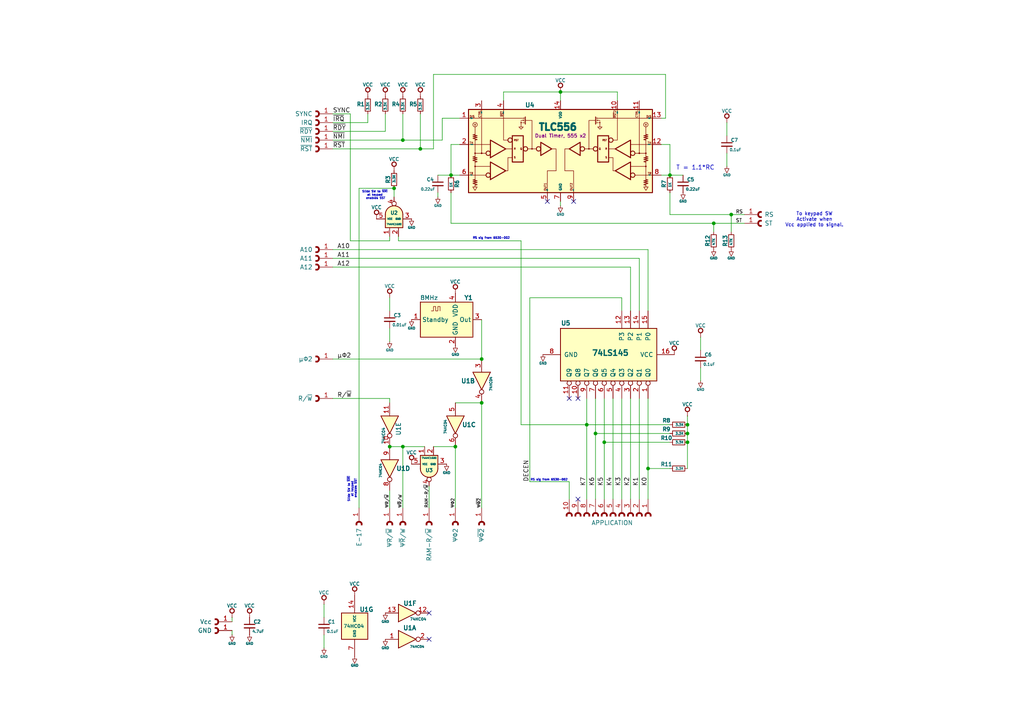
<source format=kicad_sch>
(kicad_sch (version 20250114) (generator "eeschema") (generator_version "9.0")
  (paper "A4")
  (lib_symbols
    (symbol "CM_74xGxx_Symbols:74AHC1G00"
      (property "Reference" "U" (at -2.54 3.81 0))
      (property "Value" "74AHC1G00" (at 0 -3.81 0))
      (symbol "74AHC1G00_1_1"
        (pin input line (at -5.08 1.27 0) (length 2.54) (name "~") (number "1"))
        (pin input line (at -5.08 -1.27 0) (length 2.54) (name "~") (number "2"))
        (pin power_in line (at 0 5.08 270) (length 2.54) (name "VCC") (number "5"))
        (pin power_in line (at 0 -5.08 90) (length 2.54) (name "GND") (number "3"))
        (pin output inverted (at 6.35 0 180) (length 2.54) (name "~") (number "4"))
      )
    )
    (symbol "CM_74xx:74HC04"
      (property "Reference" "U" (at 0 1.27 0))
      (property "Value" "74HC04" (at 0 -1.27 0))
      (symbol "74HC04_1_0"
        (pin input line (at -6.35 0 0) (length 3.81) (name "~") (number "1"))
        (pin output inverted (at 6.35 0 180) (length 3.81) (name "~") (number "2"))
      )
      (symbol "74HC04_2_0"
        (pin input line (at -6.35 0 0) (length 3.81) (name "~") (number "3"))
        (pin output inverted (at 6.35 0 180) (length 3.81) (name "~") (number "4"))
      )
      (symbol "74HC04_3_0"
        (pin input line (at -6.35 0 0) (length 3.81) (name "~") (number "5"))
        (pin output inverted (at 6.35 0 180) (length 3.81) (name "~") (number "6"))
      )
      (symbol "74HC04_4_0"
        (pin input line (at -6.35 0 0) (length 3.81) (name "~") (number "9"))
        (pin output inverted (at 6.35 0 180) (length 3.81) (name "~") (number "8"))
      )
      (symbol "74HC04_5_0"
        (pin input line (at -6.35 0 0) (length 3.81) (name "~") (number "11"))
        (pin output inverted (at 6.35 0 180) (length 3.81) (name "~") (number "10"))
      )
      (symbol "74HC04_6_0"
        (pin input line (at -6.35 0 0) (length 3.81) (name "~") (number "13"))
        (pin output inverted (at 6.35 0 180) (length 3.81) (name "~") (number "12"))
      )
      (symbol "74HC04_7_0"
        (pin power_in line (at 0 8.89 270) (length 5.08) (name "VCC") (number "14"))
        (pin power_in line (at 0 -8.89 90) (length 5.08) (name "GND") (number "7"))
      )
    )
    (symbol "CM_74xx:74LS145" (pin_names (offset 1.016))
      (property "Reference" "U" (at -7.62 13.97 0))
      (property "Value" "74LS145" (at -7.62 -16.51 0))
      (symbol "74LS145_1_0"
        (pin input line (at -12.7 10.16 0) (length 5.08) (name "P0") (number "15"))
        (pin input line (at -12.7 7.62 0) (length 5.08) (name "P1") (number "14"))
        (pin input line (at -12.7 5.08 0) (length 5.08) (name "P2") (number "13"))
        (pin input line (at -12.7 2.54 0) (length 5.08) (name "P3") (number "12"))
        (pin power_in line (at 0 17.78 270) (length 5.08) (name "VCC") (number "16"))
        (pin power_in line (at 0 -20.32 90) (length 5.08) (name "GND") (number "8"))
        (pin open_collector inverted (at 12.7 10.16 180) (length 5.08) (name "Q0") (number "1"))
        (pin open_collector inverted (at 12.7 7.62 180) (length 5.08) (name "Q1") (number "2"))
        (pin open_collector inverted (at 12.7 5.08 180) (length 5.08) (name "Q2") (number "3"))
        (pin open_collector inverted (at 12.7 2.54 180) (length 5.08) (name "Q3") (number "4"))
        (pin open_collector inverted (at 12.7 0 180) (length 5.08) (name "Q4") (number "5"))
        (pin open_collector inverted (at 12.7 -2.54 180) (length 5.08) (name "Q5") (number "6"))
        (pin open_collector inverted (at 12.7 -5.08 180) (length 5.08) (name "Q6") (number "7"))
        (pin open_collector inverted (at 12.7 -7.62 180) (length 5.08) (name "Q7") (number "9"))
        (pin open_collector inverted (at 12.7 -10.16 180) (length 5.08) (name "Q8") (number "10"))
        (pin open_collector inverted (at 12.7 -12.7 180) (length 5.08) (name "Q9") (number "11"))
      )
    )
    (symbol "CM_Connector_Generic:cast-01" (in_bom no)
      (property "Reference" "CST" (at -5.08 0 0))
      (symbol "cast-01_1_1"
        (pin passive line (at 2.54 0 180) (length 3.81) (name "") (number "1"))
      )
    )
    (symbol "CM_Connector_Generic:cast-10" (in_bom no)
      (property "Reference" "CST" (at -5.08 0 0))
      (symbol "cast-10_1_1"
        (pin passive line (at 2.54 10.16 180) (length 3.81) (name "") (number "1"))
        (pin passive line (at 2.54 7.62 180) (length 3.81) (name "") (number "2"))
        (pin passive line (at 2.54 5.08 180) (length 3.81) (name "") (number "3"))
        (pin passive line (at 2.54 2.54 180) (length 3.81) (name "") (number "4"))
        (pin passive line (at 2.54 0 180) (length 3.81) (name "") (number "5"))
        (pin passive line (at 2.54 -2.54 180) (length 3.81) (name "") (number "6"))
        (pin passive line (at 2.54 -5.08 180) (length 3.81) (name "") (number "7"))
        (pin passive line (at 2.54 -7.62 180) (length 3.81) (name "") (number "8"))
        (pin passive line (at 2.54 -10.16 180) (length 3.81) (name "") (number "9"))
        (pin passive line (at 2.54 -12.7 180) (length 3.81) (name "") (number "10"))
      )
    )
    (symbol "CM_Timers:Dual-Timer"
      (property "Reference" "U" (at 11.43 3.81 0))
      (property "Value" "TLC556" (at 20.32 -2.54 0))
      (property "Description" "Dual Timer, 555 x2" (at 20.32 -5.08 0))
      (symbol "Dual-Timer_1_0"
        (pin input line (at -8.89 0 0) (length 2.54) (name "DISCH1") (number "1"))
        (pin input line (at -8.89 -7.62 0) (length 2.54) (name "THRESH1") (number "2"))
        (pin input line (at -8.89 -16.51 0) (length 2.54) (name "TRIG1") (number "6"))
        (pin input line (at -2.54 5.08 270) (length 2.54) (name "CONT1") (number "3"))
        (pin input line (at 3.81 5.08 270) (length 2.54) (name "RESET1") (number "4"))
        (pin input line (at 16.51 -24.13 90) (length 2.54) (name "OUT1") (number "5"))
        (pin input line (at 20.32 5.08 270) (length 2.54) (name "VDD") (number "14"))
        (pin input line (at 20.32 -24.13 90) (length 2.54) (name "GND") (number "7"))
        (pin input line (at 24.13 -24.13 90) (length 2.54) (name "OUT2") (number "9"))
        (pin input line (at 36.83 5.08 270) (length 2.54) (name "RESET2") (number "10"))
        (pin input line (at 43.18 5.08 270) (length 2.54) (name "CONT2") (number "11"))
        (pin input line (at 49.53 0 180) (length 2.54) (name "DISCH2") (number "13"))
        (pin input line (at 49.53 -7.62 180) (length 2.54) (name "THRESH2") (number "12"))
        (pin input line (at 49.53 -16.51 180) (length 2.54) (name "TRIG2") (number "8"))
      )
      (symbol "Dual-Timer_1_1"
        (text "DIS" (at -6.125 0.125 0) (effects (font (size 0.6 0.6) (thickness 0.12) (bold yes)) (justify left bottom)))
        (text "TH" (at -6.125 -7.5 0) (effects (font (size 0.6 0.6) (thickness 0.12) (bold yes)) (justify left bottom)))
        (text "TR" (at -6.125 -16.375 0) (effects (font (size 0.6 0.6) (thickness 0.12) (bold yes)) (justify left bottom)))
        (text "CTRL" (at -2.75 2.375 900) (effects (font (size 0.6 0.6) (thickness 0.12) (bold yes)) (justify right bottom)))
        (text "~{RST}" (at 3.75 2.125 900) (effects (font (size 0.6 0.6) (thickness 0.12) (bold yes)) (justify right bottom)))
        (text "RST" (at 6.75 -6.375 0) (effects (font (size 0.5 0.5) (thickness 0.12) (bold yes)) (justify left)))
        (text "R" (at 6.75 -8.875 0) (effects (font (size 0.5 0.5) (thickness 0.12) (bold yes)) (justify left)))
        (text "S" (at 6.75 -11.375 0) (effects (font (size 0.5 0.5) (thickness 0.12) (bold yes)) (justify left)))
        (text "Q" (at 9.25 -8.875 0) (effects (font (size 0.5 0.5) (thickness 0.12) (bold yes)) (justify right)))
        (text "OUT1" (at 16.25 -21.125 900) (effects (font (size 0.6 0.6) (thickness 0.12) (bold yes)) (justify left bottom)))
        (text "OUT2" (at 23.125 -21.125 900) (effects (font (size 0.6 0.6) (thickness 0.12) (bold yes)) (justify left top)))
        (text "Q" (at 31.39 -8.875 0) (effects (font (size 0.5 0.5) (thickness 0.12) (bold yes)) (justify left)))
        (text "RST" (at 33.89 -6.375 0) (effects (font (size 0.5 0.5) (thickness 0.12) (bold yes)) (justify right)))
        (text "R" (at 33.89 -8.875 0) (effects (font (size 0.5 0.5) (thickness 0.12) (bold yes)) (justify right)))
        (text "S" (at 33.89 -11.375 0) (effects (font (size 0.5 0.5) (thickness 0.12) (bold yes)) (justify right)))
        (text "~{RST}2" (at 35.75 2.375 900) (effects (font (size 0.6 0.6) (thickness 0.12) (bold yes)) (justify right top)))
        (text "CTRL" (at 42.125 2.375 900) (effects (font (size 0.6 0.6) (thickness 0.12) (bold yes)) (justify right top)))
        (text "DIS" (at 46.765 0.125 0) (effects (font (size 0.6 0.6) (thickness 0.12) (bold yes)) (justify right bottom)))
        (text "TH" (at 46.765 -7.5 0) (effects (font (size 0.6 0.6) (thickness 0.12) (bold yes)) (justify right bottom)))
        (text "TR" (at 46.765 -16.375 0) (effects (font (size 0.6 0.6) (thickness 0.12) (bold yes)) (justify right bottom)))
      )
    )
    (symbol "CM_power:GND" (power) (pin_numbers (hide yes)) (pin_names (offset 0) (hide yes))
      (property "Value" "GND" (at 0 -2.1 0))
      (symbol "GND_1_1"
        (pin power_in line (at 0 0 270) (length 0) (name "~") (number "1"))
      )
    )
    (symbol "CM_power:VCC" (power) (pin_numbers (hide yes)) (pin_names (offset 0) (hide yes))
      (property "Value" "VCC" (at 0 2.794 0))
      (symbol "VCC_1_1"
        (pin power_in line (at 0 0 90) (length 0) (name "~") (number "1"))
      )
    )
    (symbol "Device:C_Small" (pin_numbers (hide yes)) (pin_names (offset 0.254) (hide yes))
      (property "Reference" "C" (at 0.254 1.778 0))
      (property "Value" "C_Small" (at 0.254 -2.032 0))
      (symbol "C_Small_1_1"
        (pin passive line (at 0 2.54 270) (length 2.032) (name "~") (number "1"))
        (pin passive line (at 0 -2.54 90) (length 2.032) (name "~") (number "2"))
      )
    )
    (symbol "Device:R_Small" (pin_numbers (hide yes)) (pin_names (offset 0.254) (hide yes))
      (property "Reference" "R" (at 0 0 90))
      (property "Value" "R_Small" (at 1.778 0 90))
      (symbol "R_Small_1_1"
        (pin passive line (at 0 2.54 270) (length 0.762) (name "~") (number "1"))
        (pin passive line (at 0 -2.54 90) (length 0.762) (name "~") (number "2"))
      )
    )
    (symbol "Oscillator:ASDMB-xxxMHz"
      (property "Reference" "Y" (at -6.35 6.35 0))
      (property "Value" "ASDMB-xxxMHz" (at 11.43 6.35 0))
      (symbol "ASDMB-xxxMHz_1_1"
        (pin input line (at -10.16 0 0) (length 2.54) (name "Standby") (number "1"))
        (pin power_in line (at 2.54 7.62 270) (length 2.54) (name "VDD") (number "4"))
        (pin power_in line (at 2.54 -7.62 90) (length 2.54) (name "GND") (number "2"))
        (pin output line (at 10.16 0 180) (length 2.54) (name "Out") (number "3"))
      )
    )
  )
  (text "RS sig from 6530-002" (at 142.494 68.834 0) (effects (font (size 0.6 0.6)) (justify top)))
  (text "Slide SW to ~{NMI} \nat keypad \nenables SST" (at 108.966 55.372 0) (effects (font (size 0.6 0.6)) (justify top)))
  (text "T = 1.1*RC" (at 201.676 48.768 0) (effects (font (size 1.27 1.27))))
  (text "Slide SW to ~{NMI} \nat keypad \nenables SST" (at 100.838 141.732 90) (effects (font (size 0.6 0.6)) (justify top)))
  (text "To keypad SW\nActivate when\nVcc applied to signal." (at 236.22 63.754 0) (effects (font (size 1 1))))
  (text "RS sig from 6530-002" (at 159.258 138.938 0) (effects (font (size 0.6 0.6)) (justify top)))
  (junction (at 212.09 62.23))
  (junction (at 139.7 116.84))
  (junction (at 130.81 50.8))
  (junction (at 114.3 54.61))
  (junction (at 139.7 104.14))
  (junction (at 207.01 64.77))
  (junction (at 116.84 129.54))
  (junction (at 199.39 125.73))
  (junction (at 121.92 43.18))
  (junction (at 187.96 135.89))
  (junction (at 162.56 26.67))
  (junction (at 194.31 50.8))
  (junction (at 170.18 123.19))
  (junction (at 175.26 128.27))
  (junction (at 113.03 129.54))
  (junction (at 132.08 129.54))
  (junction (at 199.39 123.19))
  (junction (at 116.84 40.64))
  (junction (at 172.72 125.73))
  (junction (at 199.39 128.27))
  (no_connect (at 124.46 185.42))
  (no_connect (at 165.1 115.57))
  (no_connect (at 166.37 58.42))
  (no_connect (at 124.46 177.8))
  (no_connect (at 158.75 58.42))
  (no_connect (at 167.64 144.78))
  (no_connect (at 167.64 115.57))
  (wire (pts (xy 101.6 69.85) (xy 113.03 69.85)))
  (wire (pts (xy 172.72 125.73) (xy 194.31 125.73)))
  (wire (pts (xy 96.52 77.47) (xy 182.88 77.47)))
  (wire (pts (xy 175.26 128.27) (xy 175.26 144.78)))
  (wire (pts (xy 104.14 147.32) (xy 104.14 54.61)))
  (wire (pts (xy 96.52 43.18) (xy 121.92 43.18)))
  (wire (pts (xy 193.04 34.29) (xy 191.77 34.29)))
  (wire (pts (xy 199.39 125.73) (xy 199.39 128.27)))
  (wire (pts (xy 121.92 43.18) (xy 125.73 43.18)))
  (wire (pts (xy 125.73 21.59) (xy 193.04 21.59)))
  (wire (pts (xy 187.96 115.57) (xy 187.96 135.89)))
  (wire (pts (xy 199.39 123.19) (xy 199.39 125.73)))
  (wire (pts (xy 210.82 44.45) (xy 210.82 48.26)))
  (wire (pts (xy 207.01 64.77) (xy 207.01 67.31)))
  (wire (pts (xy 116.84 33.02) (xy 116.84 40.64)))
  (wire (pts (xy 132.08 116.84) (xy 139.7 116.84)))
  (wire (pts (xy 187.96 72.39) (xy 187.96 90.17)))
  (wire (pts (xy 133.35 41.91) (xy 130.81 41.91)))
  (wire (pts (xy 170.18 123.19) (xy 194.31 123.19)))
  (wire (pts (xy 96.52 115.57) (xy 113.03 115.57)))
  (wire (pts (xy 153.67 86.36) (xy 180.34 86.36)))
  (wire (pts (xy 194.31 50.8) (xy 191.77 50.8)))
  (wire (pts (xy 113.03 86.36) (xy 113.03 90.17)))
  (wire (pts (xy 187.96 135.89) (xy 187.96 144.78)))
  (wire (pts (xy 125.73 43.18) (xy 125.73 21.59)))
  (wire (pts (xy 153.67 86.36) (xy 153.67 139.7)))
  (wire (pts (xy 162.56 26.67) (xy 179.07 26.67)))
  (wire (pts (xy 67.31 184.15) (xy 67.31 182.88)))
  (wire (pts (xy 93.98 184.15) (xy 93.98 187.96)))
  (wire (pts (xy 130.81 64.77) (xy 207.01 64.77)))
  (wire (pts (xy 146.05 29.21) (xy 146.05 26.67)))
  (wire (pts (xy 128.27 34.29) (xy 128.27 40.64)))
  (wire (pts (xy 93.98 175.26) (xy 93.98 179.07)))
  (wire (pts (xy 113.03 95.25) (xy 113.03 99.06)))
  (wire (pts (xy 180.34 115.57) (xy 180.34 144.78)))
  (wire (pts (xy 194.31 41.91) (xy 194.31 50.8)))
  (wire (pts (xy 139.7 92.71) (xy 139.7 104.14)))
  (wire (pts (xy 194.31 50.8) (xy 198.12 50.8)))
  (wire (pts (xy 170.18 115.57) (xy 170.18 123.19)))
  (wire (pts (xy 212.09 62.23) (xy 194.31 62.23)))
  (wire (pts (xy 127 55.88) (xy 127 57.15)))
  (wire (pts (xy 113.03 69.85) (xy 113.03 68.58)))
  (wire (pts (xy 96.52 38.1) (xy 111.76 38.1)))
  (wire (pts (xy 153.67 139.7) (xy 165.1 139.7)))
  (wire (pts (xy 130.81 55.88) (xy 130.81 64.77)))
  (wire (pts (xy 182.88 77.47) (xy 182.88 90.17)))
  (wire (pts (xy 185.42 115.57) (xy 185.42 144.78)))
  (wire (pts (xy 193.04 21.59) (xy 193.04 34.29)))
  (wire (pts (xy 116.84 40.64) (xy 96.52 40.64)))
  (wire (pts (xy 185.42 74.93) (xy 185.42 90.17)))
  (wire (pts (xy 132.08 129.54) (xy 132.08 147.32)))
  (wire (pts (xy 203.2 106.68) (xy 203.2 110.49)))
  (wire (pts (xy 151.13 69.85) (xy 115.57 69.85)))
  (wire (pts (xy 116.84 129.54) (xy 116.84 147.32)))
  (wire (pts (xy 180.34 90.17) (xy 180.34 86.36)))
  (wire (pts (xy 115.57 69.85) (xy 115.57 68.58)))
  (wire (pts (xy 101.6 33.02) (xy 101.6 69.85)))
  (wire (pts (xy 170.18 123.19) (xy 170.18 144.78)))
  (wire (pts (xy 179.07 29.21) (xy 179.07 26.67)))
  (wire (pts (xy 165.1 139.7) (xy 165.1 144.78)))
  (wire (pts (xy 146.05 26.67) (xy 162.56 26.67)))
  (wire (pts (xy 199.39 120.65) (xy 199.39 123.19)))
  (wire (pts (xy 124.46 140.97) (xy 124.46 147.32)))
  (wire (pts (xy 128.27 34.29) (xy 133.35 34.29)))
  (wire (pts (xy 96.52 72.39) (xy 187.96 72.39)))
  (wire (pts (xy 175.26 128.27) (xy 194.31 128.27)))
  (wire (pts (xy 162.56 58.42) (xy 162.56 59.69)))
  (wire (pts (xy 128.27 40.64) (xy 116.84 40.64)))
  (wire (pts (xy 194.31 55.88) (xy 194.31 62.23)))
  (wire (pts (xy 125.73 129.54) (xy 132.08 129.54)))
  (wire (pts (xy 116.84 129.54) (xy 123.19 129.54)))
  (wire (pts (xy 113.03 115.57) (xy 113.03 116.84)))
  (wire (pts (xy 215.9 62.23) (xy 212.09 62.23)))
  (wire (pts (xy 151.13 123.19) (xy 170.18 123.19)))
  (wire (pts (xy 172.72 115.57) (xy 172.72 125.73)))
  (wire (pts (xy 127 50.8) (xy 130.81 50.8)))
  (wire (pts (xy 96.52 35.56) (xy 106.68 35.56)))
  (wire (pts (xy 130.81 41.91) (xy 130.81 50.8)))
  (wire (pts (xy 130.81 50.8) (xy 133.35 50.8)))
  (wire (pts (xy 104.14 54.61) (xy 114.3 54.61)))
  (wire (pts (xy 187.96 135.89) (xy 194.31 135.89)))
  (wire (pts (xy 162.56 26.67) (xy 162.56 29.21)))
  (wire (pts (xy 203.2 97.79) (xy 203.2 101.6)))
  (wire (pts (xy 113.03 129.54) (xy 116.84 129.54)))
  (wire (pts (xy 172.72 125.73) (xy 172.72 144.78)))
  (wire (pts (xy 96.52 74.93) (xy 185.42 74.93)))
  (wire (pts (xy 177.8 115.57) (xy 177.8 144.78)))
  (wire (pts (xy 207.01 64.77) (xy 215.9 64.77)))
  (wire (pts (xy 111.76 33.02) (xy 111.76 38.1)))
  (wire (pts (xy 96.52 33.02) (xy 101.6 33.02)))
  (wire (pts (xy 182.88 115.57) (xy 182.88 144.78)))
  (wire (pts (xy 139.7 116.84) (xy 139.7 147.32)))
  (wire (pts (xy 175.26 115.57) (xy 175.26 128.27)))
  (wire (pts (xy 210.82 35.56) (xy 210.82 39.37)))
  (wire (pts (xy 67.31 179.07) (xy 67.31 180.34)))
  (wire (pts (xy 106.68 33.02) (xy 106.68 35.56)))
  (wire (pts (xy 121.92 33.02) (xy 121.92 43.18)))
  (wire (pts (xy 114.3 54.61) (xy 114.3 57.15)))
  (wire (pts (xy 96.52 104.14) (xy 139.7 104.14)))
  (wire (pts (xy 191.77 41.91) (xy 194.31 41.91)))
  (wire (pts (xy 212.09 62.23) (xy 212.09 67.31)))
  (wire (pts (xy 113.03 142.24) (xy 113.03 147.32)))
  (wire (pts (xy 151.13 123.19) (xy 151.13 69.85)))
  (wire (pts (xy 199.39 128.27) (xy 199.39 135.89)))
  (label "RAM-R{slash}~{W}" (at 124.46 147.32 90) (effects (font (size 0.9 0.9))))
  (label "A12" (at 97.79 77.47 0))
  (label "ΨR{slash}~{W}" (at 113.03 147.32 90) (effects (font (size 0.9 0.9))))
  (label "K2" (at 182.88 140.97 90))
  (label "A10" (at 97.79 72.39 0))
  (label "~{RDY}" (at 96.52 38.1 0))
  (label "K5" (at 175.26 140.97 90))
  (label "Ψ~{Φ2}" (at 139.7 147.32 90) (effects (font (size 0.9 0.9))))
  (label "DECEN" (at 153.67 139.7 90))
  (label "K3" (at 180.34 140.97 90))
  (label "~{NMI}" (at 96.52 40.64 0))
  (label "A11" (at 97.79 74.93 0))
  (label "μΦ2" (at 97.79 104.14 0))
  (label "SYNC" (at 96.52 33.02 0))
  (label "~{RST}" (at 96.52 43.18 0))
  (label "Ψ~{R}{slash}W" (at 116.84 147.32 90) (effects (font (size 0.9 0.9))))
  (label "K7" (at 170.18 140.97 90))
  (label "RS" (at 213.36 62.23 0) (effects (font (size 1 1))))
  (label "R{slash}~{W}" (at 97.79 115.57 0))
  (label "ST" (at 213.36 64.77 0) (effects (font (size 1 1))))
  (label "~{IRQ}" (at 96.52 35.56 0))
  (label "K1" (at 185.42 140.97 90))
  (label "K0" (at 187.96 140.97 90))
  (label "ΨΦ2" (at 132.08 147.32 90) (effects (font (size 0.9 0.9))))
  (label "K4" (at 177.8 140.97 90))
  (label "K6" (at 172.72 140.97 90))
  (symbol (lib_id "CM_power:GND") (at 111.76 185.42 0) (unit 1)
    (property "Reference" "#PWR013" (effects (hide yes)))
    (property "Value" "GND" (at 111.76 187.52 0) (effects (font (size 0.7 0.7)) (justify top)))
    (property "Description" "Power symbol creates a global label with name \"GND\" , ground" (effects (hide yes)))
  )
  (symbol (lib_id "Device:R_Small") (at 121.92 30.48 0) (unit 1)
    (property "Reference" "R5" (at 121.158 30.226 0) (effects (font (size 1.1 1.1) (thickness 0.22) (bold yes)) (justify right)))
    (property "Value" "3.3K" (at 121.92 30.734 90) (effects (font (size 0.7 0.7))))
    (property "Footprint" "Resistor_SMD:R_0603_1608Metric" (effects (hide yes)))
    (property "Description" "Resistor, small symbol" (effects (hide yes)))
  )
  (symbol (lib_id "CM_power:GND") (at 93.98 187.96 0) (unit 1)
    (property "Reference" "#PWR06" (effects (hide yes)))
    (property "Value" "GND" (at 93.98 190.06 0) (effects (font (size 0.7 0.7)) (justify top)))
    (property "Description" "Power symbol creates a global label with name \"GND\" , ground" (effects (hide yes)))
  )
  (symbol (lib_id "Device:R_Small") (at 212.09 69.85 0) (mirror y) (unit 1)
    (property "Reference" "R13" (at 211.074 69.85 90) (effects (font (size 1.1 1.1) (thickness 0.22) (bold yes)) (justify top)))
    (property "Value" "47K" (at 212.09 70.104 90) (effects (font (size 0.7 0.7))))
    (property "Footprint" "Resistor_SMD:R_0603_1608Metric" (effects (hide yes)))
    (property "Description" "Resistor, small symbol" (effects (hide yes)))
  )
  (symbol (lib_id "CM_power:GND") (at 129.54 134.62 0) (mirror y) (unit 1)
    (property "Reference" "#PWR023" (effects (hide yes)))
    (property "Value" "GND" (at 129.54 136.72 0) (effects (font (size 0.7 0.7)) (justify top)))
    (property "Description" "Power symbol creates a global label with name \"GND\" , ground" (effects (hide yes)))
  )
  (symbol (lib_id "CM_power:VCC") (at 162.56 26.67 0) (unit 1)
    (property "Reference" "#PWR027" (effects (hide yes)))
    (property "Value" "VCC" (at 162.56 23.876 0) (effects (font (size 1 1)) (justify bottom)))
    (property "Description" "Power symbol creates a global label with name \"VCC\"" (effects (hide yes)))
  )
  (symbol (lib_id "CM_power:GND") (at 127 57.15 0) (unit 1)
    (property "Reference" "#PWR022" (effects (hide yes)))
    (property "Value" "GND" (at 127 59.25 0) (effects (font (size 0.7 0.7)) (justify top)))
    (property "Description" "Power symbol creates a global label with name \"GND\" , ground" (effects (hide yes)))
  )
  (symbol (lib_id "CM_power:VCC") (at 113.03 86.36 0) (unit 1)
    (property "Reference" "#PWR014" (effects (hide yes)))
    (property "Value" "VCC" (at 113.03 83.566 0) (effects (font (size 1 1)) (justify bottom)))
    (property "Description" "Power symbol creates a global label with name \"VCC\"" (effects (hide yes)))
  )
  (symbol (lib_id "CM_Connector_Generic:cast-01") (at 93.98 40.64 0) (unit 1) (in_bom no)
    (property "Reference" "CST6" (effects (hide yes)))
    (property "Value" "~{NMI}" (at 90.678 40.64 0) (effects (justify right)))
    (property "Footprint" "CM_Connector_Castelated:cast-2.0-01P" (effects (hide yes)))
    (property "Description" "Castelated PCB Edge - 2.0mm - 1P" (effects (hide yes)))
  )
  (symbol (lib_id "CM_power:VCC") (at 114.3 49.53 0) (unit 1)
    (property "Reference" "#PWR016" (effects (hide yes)))
    (property "Value" "VCC" (at 114.3 46.736 0) (effects (font (size 1 1)) (justify bottom)))
    (property "Description" "Power symbol creates a global label with name \"VCC\"" (effects (hide yes)))
  )
  (symbol (lib_id "CM_power:VCC") (at 121.92 27.94 0) (unit 1)
    (property "Reference" "#PWR021" (effects (hide yes)))
    (property "Value" "VCC" (at 121.92 25.146 0) (effects (font (size 1 1)) (justify bottom)))
    (property "Description" "Power symbol creates a global label with name \"VCC\"" (effects (hide yes)))
  )
  (symbol (lib_id "CM_Connector_Generic:cast-01") (at 93.98 35.56 0) (unit 1) (in_bom no)
    (property "Reference" "CST4" (effects (hide yes)))
    (property "Value" "IRQ" (at 90.678 35.56 0) (effects (justify right)))
    (property "Footprint" "CM_Connector_Castelated:cast-2.0-01P" (effects (hide yes)))
    (property "Description" "Castelated PCB Edge - 2.0mm - 1P" (effects (hide yes)))
  )
  (symbol (lib_id "CM_Connector_Generic:cast-01") (at 104.14 149.86 90) (unit 1) (in_bom no)
    (property "Reference" "CST13" (effects (hide yes)))
    (property "Value" "E-17" (at 104.14 153.162 0) (effects (justify right)))
    (property "Footprint" "CM_Connector_Castelated:cast-2.0-01P" (effects (hide yes)))
    (property "Description" "Castelated PCB Edge - 2.0mm - 1P" (effects (hide yes)))
  )
  (symbol (lib_id "Device:R_Small") (at 106.68 30.48 0) (unit 1)
    (property "Reference" "R1" (at 105.918 30.226 0) (effects (font (size 1.1 1.1) (thickness 0.22) (bold yes)) (justify right)))
    (property "Value" "3.3K" (at 106.68 30.734 90) (effects (font (size 0.7 0.7))))
    (property "Footprint" "Resistor_SMD:R_0603_1608Metric" (effects (hide yes)))
    (property "Description" "Resistor, small symbol" (effects (hide yes)))
  )
  (symbol (lib_id "CM_power:GND") (at 67.31 184.15 0) (unit 1)
    (property "Reference" "#PWR02" (effects (hide yes)))
    (property "Value" "GND" (at 67.31 186.25 0) (effects (font (size 0.7 0.7)) (justify top)))
    (property "Description" "Power symbol creates a global label with name \"GND\" , ground" (effects (hide yes)))
  )
  (symbol (lib_id "CM_power:VCC") (at 106.68 27.94 0) (unit 1)
    (property "Reference" "#PWR09" (effects (hide yes)))
    (property "Value" "VCC" (at 106.68 25.146 0) (effects (font (size 1 1)) (justify bottom)))
    (property "Description" "Power symbol creates a global label with name \"VCC\"" (effects (hide yes)))
  )
  (symbol (lib_id "CM_power:VCC") (at 72.39 179.07 0) (unit 1)
    (property "Reference" "#PWR03" (effects (hide yes)))
    (property "Value" "VCC" (at 72.39 176.276 0) (effects (font (size 1 1)) (justify bottom)))
    (property "Description" "Power symbol creates a global label with name \"VCC\"" (effects (hide yes)))
  )
  (symbol (lib_id "CM_74xx:74LS145") (at 177.8 102.87 270) (unit 1)
    (property "Reference" "U5" (at 164.084 93.726 90) (effects (font (thickness 0.254) (bold yes))))
    (property "Value" "74LS145" (at 177.038 102.362 90) (effects (font (size 1.6 1.6) (thickness 0.32) (bold yes))))
    (property "Footprint" "Package_SO:SO-16_3.9x9.9mm_P1.27mm" (effects (hide yes)))
    (property "Datasheet" "http://www.ti.com/lit/gpn/sn74LS145" (effects (hide yes)))
    (property "Description" "Decoder 1 to 10, Open Collector" (effects (hide yes)))
  )
  (symbol (lib_id "Device:C_Small") (at 113.03 92.71 0) (unit 1)
    (property "Reference" "C3" (at 114.046 91.44 0) (effects (font (size 1 1) (thickness 0.2) (bold yes)) (justify left)))
    (property "Value" "0.01uF" (at 113.792 94.234 0) (effects (font (size 0.8 0.8)) (justify left)))
    (property "Footprint" "Capacitor_SMD:C_0603_1608Metric" (effects (hide yes)))
    (property "Description" "Unpolarized capacitor, small symbol" (effects (hide yes)))
  )
  (symbol (lib_id "CM_Connector_Generic:cast-01") (at 64.77 180.34 0) (unit 1) (in_bom no)
    (property "Reference" "CST1" (effects (hide yes)))
    (property "Value" "Vcc" (at 61.468 180.34 0) (effects (justify right)))
    (property "Footprint" "CM_Connector_Castelated:cast-2.0-01P" (effects (hide yes)))
    (property "Description" "Castelated PCB Edge - 2.0mm - 1P" (effects (hide yes)))
  )
  (symbol (lib_id "CM_power:VCC") (at 116.84 27.94 0) (unit 1)
    (property "Reference" "#PWR017" (effects (hide yes)))
    (property "Value" "VCC" (at 116.84 25.146 0) (effects (font (size 1 1)) (justify bottom)))
    (property "Description" "Power symbol creates a global label with name \"VCC\"" (effects (hide yes)))
  )
  (symbol (lib_id "Device:R_Small") (at 196.85 135.89 90) (unit 1)
    (property "Reference" "R11" (at 193.294 135.382 90) (effects (font (size 1.1 1.1) (thickness 0.22) (bold yes)) (justify top)))
    (property "Value" "3.3K" (at 197.104 135.89 90) (effects (font (size 0.7 0.7))))
    (property "Footprint" "Resistor_SMD:R_0603_1608Metric" (effects (hide yes)))
    (property "Description" "Resistor, small symbol" (effects (hide yes)))
  )
  (symbol (lib_id "CM_power:VCC") (at 93.98 175.26 0) (unit 1)
    (property "Reference" "#PWR05" (effects (hide yes)))
    (property "Value" "VCC" (at 93.98 172.466 0) (effects (font (size 1 1)) (justify bottom)))
    (property "Description" "Power symbol creates a global label with name \"VCC\"" (effects (hide yes)))
  )
  (symbol (lib_id "CM_Timers:Dual-Timer") (at 142.24 34.29 0) (unit 1)
    (property "Reference" "U4" (at 153.67 30.48 0) (effects (font (thickness 0.254) (bold yes))))
    (property "Value" "TLC556" (at 161.798 36.83 0) (effects (font (size 2 2) (thickness 0.6) (bold yes))))
    (property "Footprint" "Package_SO:SO-14_3.9x8.65mm_P1.27mm" (effects (hide yes)))
    (property "Datasheet" "https://www.ti.com/lit/ds/symlink/tlc556.pdf?ts=1752791576303" (effects (hide yes)))
    (property "Description" "Dual Timer, 555 x2" (at 162.56 39.37 0) (effects (font (size 1 1))))
  )
  (symbol (lib_id "CM_Connector_Generic:cast-01") (at 93.98 104.14 0) (unit 1) (in_bom no)
    (property "Reference" "CST11" (effects (hide yes)))
    (property "Value" "μΦ2" (at 90.678 104.14 0) (effects (justify right)))
    (property "Footprint" "CM_Connector_Castelated:cast-2.0-01P" (effects (hide yes)))
    (property "Description" "Castelated PCB Edge - 2.0mm - 1P" (effects (hide yes)))
  )
  (symbol (lib_id "CM_power:VCC") (at 199.39 120.65 0) (unit 1)
    (property "Reference" "#PWR031" (effects (hide yes)))
    (property "Value" "VCC" (at 199.39 117.856 0) (effects (font (size 1 1)) (justify bottom)))
    (property "Description" "Power symbol creates a global label with name \"VCC\"" (effects (hide yes)))
  )
  (symbol (lib_id "CM_power:GND") (at 203.2 110.49 0) (unit 1)
    (property "Reference" "#PWR033" (effects (hide yes)))
    (property "Value" "GND" (at 203.2 112.59 0) (effects (font (size 0.7 0.7)) (justify top)))
    (property "Description" "Power symbol creates a global label with name \"GND\" , ground" (effects (hide yes)))
  )
  (symbol (lib_id "CM_74xx:74HC04") (at 132.08 123.19 270) (unit 3)
    (property "Reference" "U1" (at 133.858 123.19 90) (effects (font (thickness 0.254) (bold yes)) (justify left)))
    (property "Value" "74HC04" (at 128.778 121.666 0) (effects (font (size 0.7 0.7)) (justify left bottom)))
    (property "Footprint" "CM_Chip_Packages:QFN-14_EP_2.5x3_Pitch0.5mm" (effects (hide yes)))
    (property "Datasheet" "https://assets.nexperia.com/documents/data-sheet/74HC_HCT04.pdf" (effects (hide yes)))
    (property "Description" "Hex Inverter" (effects (hide yes)))
  )
  (symbol (lib_id "CM_Connector_Generic:cast-01") (at 93.98 74.93 0) (unit 1) (in_bom no)
    (property "Reference" "CST9" (effects (hide yes)))
    (property "Value" "A11" (at 90.678 74.93 0) (effects (justify right)))
    (property "Footprint" "CM_Connector_Castelated:cast-2.0-01P" (effects (hide yes)))
    (property "Description" "Castelated PCB Edge - 2.0mm - 1P" (effects (hide yes)))
  )
  (symbol (lib_id "CM_Connector_Generic:cast-01") (at 218.44 64.77 180) (unit 1) (in_bom no)
    (property "Reference" "CST21" (effects (hide yes)))
    (property "Value" "ST" (at 221.742 64.77 0) (effects (justify right)))
    (property "Footprint" "CM_Connector_Castelated:cast-2.0-01P" (effects (hide yes)))
    (property "Description" "Castelated PCB Edge - 2.0mm - 1P" (effects (hide yes)))
  )
  (symbol (lib_id "Device:R_Small") (at 207.01 69.85 0) (mirror y) (unit 1)
    (property "Reference" "R12" (at 205.994 69.85 90) (effects (font (size 1.1 1.1) (thickness 0.22) (bold yes)) (justify top)))
    (property "Value" "47K" (at 207.01 70.104 90) (effects (font (size 0.7 0.7))))
    (property "Footprint" "Resistor_SMD:R_0603_1608Metric" (effects (hide yes)))
    (property "Description" "Resistor, small symbol" (effects (hide yes)))
  )
  (symbol (lib_id "Device:C_Small") (at 203.2 104.14 0) (unit 1)
    (property "Reference" "C6" (at 204.216 102.87 0) (effects (font (size 1 1) (thickness 0.2) (bold yes)) (justify left)))
    (property "Value" "0.1uF" (at 203.962 105.664 0) (effects (font (size 0.8 0.8)) (justify left)))
    (property "Footprint" "Capacitor_SMD:C_0603_1608Metric" (effects (hide yes)))
    (property "Description" "Unpolarized capacitor, small symbol" (effects (hide yes)))
  )
  (symbol (lib_id "CM_74xx:74HC04") (at 102.87 181.61 0) (unit 7)
    (property "Reference" "U1" (at 104.14 176.784 0) (effects (font (thickness 0.254) (bold yes)) (justify left)))
    (property "Value" "74HC04" (at 102.616 181.61 0) (effects (font (size 1 1))))
    (property "Footprint" "CM_Chip_Packages:QFN-14_EP_2.5x3_Pitch0.5mm" (effects (hide yes)))
    (property "Datasheet" "https://assets.nexperia.com/documents/data-sheet/74HC_HCT04.pdf" (effects (hide yes)))
    (property "Description" "Hex Inverter" (effects (hide yes)))
  )
  (symbol (lib_id "CM_power:GND") (at 157.48 102.87 0) (unit 1)
    (property "Reference" "#PWR026" (effects (hide yes)))
    (property "Value" "GND" (at 157.48 104.97 0) (effects (font (size 0.7 0.7)) (justify top)))
    (property "Description" "Power symbol creates a global label with name \"GND\" , ground" (effects (hide yes)))
  )
  (symbol (lib_id "Device:R_Small") (at 130.81 53.34 0) (unit 1)
    (property "Reference" "R6" (at 131.826 53.34 90) (effects (font (size 1.1 1.1) (thickness 0.22) (bold yes)) (justify top)))
    (property "Value" "1K" (at 130.81 53.594 90) (effects (font (size 0.7 0.7))))
    (property "Footprint" "Resistor_SMD:R_0603_1608Metric" (effects (hide yes)))
    (property "Description" "Resistor, small symbol" (effects (hide yes)))
  )
  (symbol (lib_id "CM_power:GND") (at 198.12 55.88 0) (mirror y) (unit 1)
    (property "Reference" "#PWR030" (effects (hide yes)))
    (property "Value" "GND" (at 198.12 57.98 0) (effects (font (size 0.7 0.7)) (justify top)))
    (property "Description" "Power symbol creates a global label with name \"GND\" , ground" (effects (hide yes)))
  )
  (symbol (lib_id "Oscillator:ASDMB-xxxMHz") (at 129.54 92.71 0) (unit 1)
    (property "Reference" "Y1" (at 135.89 86.36 0) (effects (font (thickness 0.254) (bold yes))))
    (property "Value" "8MHz" (at 124.46 86.36 0))
    (property "Footprint" "Oscillator:Oscillator_SMD_Abracon_ASDMB-4Pin_2.5x2.0mm" (effects (hide yes)))
    (property "Datasheet" "https://abracon.com/Oscillators/ASDMB.pdf" (effects (hide yes)))
    (property "Description" "1.8-3.3V SMD Ultra Miniature Crystal Clock Oscillator, Abracon" (effects (hide yes)))
    (property "MPN" "ASD-8.000MHZ-LC-T" (effects (hide yes)))
  )
  (symbol (lib_id "Device:R_Small") (at 114.3 52.07 180) (unit 1)
    (property "Reference" "R3" (at 113.284 52.07 90) (effects (font (size 1.1 1.1) (thickness 0.22) (bold yes)) (justify top)))
    (property "Value" "3.3K" (at 114.3 51.816 90) (effects (font (size 0.7 0.7))))
    (property "Footprint" "Resistor_SMD:R_0603_1608Metric" (effects (hide yes)))
    (property "Description" "Resistor, small symbol" (effects (hide yes)))
  )
  (symbol (lib_id "Device:C_Small") (at 93.98 181.61 0) (unit 1)
    (property "Reference" "C1" (at 94.996 180.34 0) (effects (font (size 1 1) (thickness 0.2) (bold yes)) (justify left)))
    (property "Value" "0.1uF" (at 94.742 183.134 0) (effects (font (size 0.8 0.8)) (justify left)))
    (property "Footprint" "Capacitor_SMD:C_0603_1608Metric" (effects (hide yes)))
    (property "Description" "Unpolarized capacitor, small symbol" (effects (hide yes)))
  )
  (symbol (lib_id "CM_power:VCC") (at 119.38 134.62 0) (mirror y) (unit 1)
    (property "Reference" "#PWR020" (effects (hide yes)))
    (property "Value" "VCC" (at 119.38 131.826 0) (effects (font (size 1 1)) (justify bottom)))
    (property "Description" "Power symbol creates a global label with name \"VCC\"" (effects (hide yes)))
  )
  (symbol (lib_id "CM_power:VCC") (at 210.82 35.56 0) (unit 1)
    (property "Reference" "#PWR035" (effects (hide yes)))
    (property "Value" "VCC" (at 210.82 32.766 0) (effects (font (size 1 1)) (justify bottom)))
    (property "Description" "Power symbol creates a global label with name \"VCC\"" (effects (hide yes)))
  )
  (symbol (lib_id "CM_power:GND") (at 119.38 63.5 0) (unit 1)
    (property "Reference" "#PWR018" (effects (hide yes)))
    (property "Value" "GND" (at 119.38 65.6 0) (effects (font (size 0.7 0.7)) (justify top)))
    (property "Description" "Power symbol creates a global label with name \"GND\" , ground" (effects (hide yes)))
  )
  (symbol (lib_id "CM_power:GND") (at 212.09 72.39 0) (mirror y) (unit 1)
    (property "Reference" "#PWR037" (effects (hide yes)))
    (property "Value" "GND" (at 212.09 74.49 0) (effects (font (size 0.7 0.7)) (justify top)))
    (property "Description" "Power symbol creates a global label with name \"GND\" , ground" (effects (hide yes)))
  )
  (symbol (lib_id "CM_power:VCC") (at 203.2 97.79 0) (unit 1)
    (property "Reference" "#PWR032" (effects (hide yes)))
    (property "Value" "VCC" (at 203.2 94.996 0) (effects (font (size 1 1)) (justify bottom)))
    (property "Description" "Power symbol creates a global label with name \"VCC\"" (effects (hide yes)))
  )
  (symbol (lib_id "Device:C_Small") (at 198.12 53.34 0) (unit 1)
    (property "Reference" "C5" (at 199.136 52.07 0) (effects (font (size 1 1) (thickness 0.2) (bold yes)) (justify left)))
    (property "Value" "0.22uF" (at 198.882 54.864 0) (effects (font (size 0.8 0.8)) (justify left)))
    (property "Footprint" "Capacitor_SMD:C_0603_1608Metric" (effects (hide yes)))
    (property "Description" "Unpolarized capacitor, small symbol" (effects (hide yes)))
  )
  (symbol (lib_id "CM_74xx:74HC04") (at 118.11 185.42 0) (unit 1)
    (property "Reference" "U1" (at 120.904 182.118 0) (effects (font (thickness 0.254) (bold yes)) (justify right)))
    (property "Value" "74HC04" (at 118.872 187.96 0) (effects (font (size 0.7 0.7)) (justify left bottom)))
    (property "Footprint" "CM_Chip_Packages:QFN-14_EP_2.5x3_Pitch0.5mm" (effects (hide yes)))
    (property "Datasheet" "https://assets.nexperia.com/documents/data-sheet/74HC_HCT04.pdf" (effects (hide yes)))
    (property "Description" "Hex Inverter" (effects (hide yes)))
  )
  (symbol (lib_id "CM_power:GND") (at 113.03 99.06 0) (unit 1)
    (property "Reference" "#PWR015" (effects (hide yes)))
    (property "Value" "GND" (at 113.03 101.16 0) (effects (font (size 0.7 0.7)) (justify top)))
    (property "Description" "Power symbol creates a global label with name \"GND\" , ground" (effects (hide yes)))
  )
  (symbol (lib_id "CM_74xx:74HC04") (at 118.11 177.8 0) (mirror x) (unit 6)
    (property "Reference" "U1" (at 116.84 175.006 0) (effects (font (thickness 0.254) (bold yes)) (justify left)))
    (property "Value" "74HC04" (at 118.872 179.578 0) (effects (font (size 0.8 0.8)) (justify left)))
    (property "Footprint" "CM_Chip_Packages:QFN-14_EP_2.5x3_Pitch0.5mm" (effects (hide yes)))
    (property "Datasheet" "https://assets.nexperia.com/documents/data-sheet/74HC_HCT04.pdf" (effects (hide yes)))
    (property "Description" "Hex Inverter" (effects (hide yes)))
  )
  (symbol (lib_id "CM_power:VCC") (at 195.58 102.87 0) (unit 1)
    (property "Reference" "#PWR029" (effects (hide yes)))
    (property "Value" "VCC" (at 195.58 100.076 0) (effects (font (size 1 1)) (justify bottom)))
    (property "Description" "Power symbol creates a global label with name \"VCC\"" (effects (hide yes)))
  )
  (symbol (lib_id "CM_power:GND") (at 72.39 184.15 0) (unit 1)
    (property "Reference" "#PWR04" (effects (hide yes)))
    (property "Value" "GND" (at 72.39 186.25 0) (effects (font (size 0.7 0.7)) (justify top)))
    (property "Description" "Power symbol creates a global label with name \"GND\" , ground" (effects (hide yes)))
  )
  (symbol (lib_id "CM_Connector_Generic:cast-01") (at 93.98 43.18 0) (unit 1) (in_bom no)
    (property "Reference" "CST7" (effects (hide yes)))
    (property "Value" "~{RST}" (at 90.678 43.18 0) (effects (justify right)))
    (property "Footprint" "CM_Connector_Castelated:cast-2.0-01P" (effects (hide yes)))
    (property "Description" "Castelated PCB Edge - 2.0mm - 1P" (effects (hide yes)))
  )
  (symbol (lib_id "CM_Connector_Generic:cast-01") (at 116.84 149.86 90) (unit 1) (in_bom no)
    (property "Reference" "CST15" (effects (hide yes)))
    (property "Value" "Ψ~{R}/W" (at 116.84 153.162 0) (effects (justify right)))
    (property "Footprint" "CM_Connector_Castelated:cast-2.0-01P" (effects (hide yes)))
    (property "Description" "Castelated PCB Edge - 2.0mm - 1P" (effects (hide yes)))
  )
  (symbol (lib_id "CM_Connector_Generic:cast-01") (at 132.08 149.86 90) (unit 1) (in_bom no)
    (property "Reference" "CST17" (effects (hide yes)))
    (property "Value" "ΨΦ2" (at 132.08 153.162 0) (effects (justify right)))
    (property "Footprint" "CM_Connector_Castelated:cast-2.0-01P" (effects (hide yes)))
    (property "Description" "Castelated PCB Edge - 2.0mm - 1P" (effects (hide yes)))
  )
  (symbol (lib_id "CM_power:GND") (at 111.76 177.8 0) (unit 1)
    (property "Reference" "#PWR012" (effects (hide yes)))
    (property "Value" "GND" (at 111.76 179.9 0) (effects (font (size 0.7 0.7)) (justify top)))
    (property "Description" "Power symbol creates a global label with name \"GND\" , ground" (effects (hide yes)))
  )
  (symbol (lib_id "CM_Connector_Generic:cast-01") (at 93.98 115.57 0) (unit 1) (in_bom no)
    (property "Reference" "CST12" (effects (hide yes)))
    (property "Value" "R/~{W}" (at 90.678 115.57 0) (effects (justify right)))
    (property "Footprint" "CM_Connector_Castelated:cast-2.0-01P" (effects (hide yes)))
    (property "Description" "Castelated PCB Edge - 2.0mm - 1P" (effects (hide yes)))
  )
  (symbol (lib_id "CM_power:GND") (at 162.56 59.69 0) (unit 1)
    (property "Reference" "#PWR028" (effects (hide yes)))
    (property "Value" "GND" (at 162.56 61.79 0) (effects (font (size 0.7 0.7)) (justify top)))
    (property "Description" "Power symbol creates a global label with name \"GND\" , ground" (effects (hide yes)))
  )
  (symbol (lib_id "CM_power:GND") (at 102.87 190.5 0) (unit 1)
    (property "Reference" "#PWR08" (effects (hide yes)))
    (property "Value" "GND" (at 102.87 192.6 0) (effects (font (size 0.7 0.7)) (justify top)))
    (property "Description" "Power symbol creates a global label with name \"GND\" , ground" (effects (hide yes)))
  )
  (symbol (lib_id "CM_Connector_Generic:cast-01") (at 64.77 182.88 0) (unit 1) (in_bom no)
    (property "Reference" "CST2" (effects (hide yes)))
    (property "Value" "GND" (at 61.468 182.88 0) (effects (justify right)))
    (property "Footprint" "CM_Connector_Castelated:cast-2.0-01P" (effects (hide yes)))
    (property "Description" "Castelated PCB Edge - 2.0mm - 1P" (effects (hide yes)))
  )
  (symbol (lib_id "Device:C_Small") (at 127 53.34 0) (mirror y) (unit 1)
    (property "Reference" "C4" (at 125.984 52.07 0) (effects (font (size 1 1) (thickness 0.2) (bold yes)) (justify left)))
    (property "Value" "0.22uF" (at 126.238 54.864 0) (effects (font (size 0.8 0.8)) (justify left)))
    (property "Footprint" "Capacitor_SMD:C_0603_1608Metric" (effects (hide yes)))
    (property "Description" "Unpolarized capacitor, small symbol" (effects (hide yes)))
  )
  (symbol (lib_id "CM_Connector_Generic:cast-01") (at 113.03 149.86 90) (unit 1) (in_bom no)
    (property "Reference" "CST14" (effects (hide yes)))
    (property "Value" "ΨR/~{W}" (at 113.03 153.162 0) (effects (justify right)))
    (property "Footprint" "CM_Connector_Castelated:cast-2.0-01P" (effects (hide yes)))
    (property "Description" "Castelated PCB Edge - 2.0mm - 1P" (effects (hide yes)))
  )
  (symbol (lib_id "CM_Connector_Generic:cast-01") (at 93.98 72.39 0) (unit 1) (in_bom no)
    (property "Reference" "CST8" (effects (hide yes)))
    (property "Value" "A10" (at 90.678 72.39 0) (effects (justify right)))
    (property "Footprint" "CM_Connector_Castelated:cast-2.0-01P" (effects (hide yes)))
    (property "Description" "Castelated PCB Edge - 2.0mm - 1P" (effects (hide yes)))
  )
  (symbol (lib_id "Device:R_Small") (at 194.31 53.34 0) (mirror y) (unit 1)
    (property "Reference" "R7" (at 193.294 53.34 90) (effects (font (size 1.1 1.1) (thickness 0.22) (bold yes)) (justify top)))
    (property "Value" "1K" (at 194.31 53.594 90) (effects (font (size 0.7 0.7))))
    (property "Footprint" "Resistor_SMD:R_0603_1608Metric" (effects (hide yes)))
    (property "Description" "Resistor, small symbol" (effects (hide yes)))
  )
  (symbol (lib_id "CM_power:VCC") (at 132.08 85.09 0) (unit 1)
    (property "Reference" "#PWR024" (effects (hide yes)))
    (property "Value" "VCC" (at 132.08 82.296 0) (effects (font (size 1 1)) (justify bottom)))
    (property "Description" "Power symbol creates a global label with name \"VCC\"" (effects (hide yes)))
  )
  (symbol (lib_id "Device:R_Small") (at 111.76 30.48 0) (unit 1)
    (property "Reference" "R2" (at 110.998 30.226 0) (effects (font (size 1.1 1.1) (thickness 0.22) (bold yes)) (justify right)))
    (property "Value" "3.3K" (at 111.76 30.734 90) (effects (font (size 0.7 0.7))))
    (property "Footprint" "Resistor_SMD:R_0603_1608Metric" (effects (hide yes)))
    (property "Description" "Resistor, small symbol" (effects (hide yes)))
  )
  (symbol (lib_id "CM_74xx:74HC04") (at 113.03 135.89 270) (unit 4)
    (property "Reference" "U1" (at 114.808 135.89 90) (effects (font (thickness 0.254) (bold yes)) (justify left)))
    (property "Value" "74HC04" (at 109.982 134.366 0) (effects (font (size 0.7 0.7)) (justify left bottom)))
    (property "Footprint" "CM_Chip_Packages:QFN-14_EP_2.5x3_Pitch0.5mm" (effects (hide yes)))
    (property "Datasheet" "https://assets.nexperia.com/documents/data-sheet/74HC_HCT04.pdf" (effects (hide yes)))
    (property "Description" "Hex Inverter" (effects (hide yes)))
  )
  (symbol (lib_id "CM_power:VCC") (at 109.22 63.5 0) (unit 1)
    (property "Reference" "#PWR010" (effects (hide yes)))
    (property "Value" "VCC" (at 109.22 60.706 0) (effects (font (size 1 1)) (justify bottom)))
    (property "Description" "Power symbol creates a global label with name \"VCC\"" (effects (hide yes)))
  )
  (symbol (lib_id "CM_74xx:74HC04") (at 139.7 110.49 270) (unit 2)
    (property "Reference" "U1" (at 137.922 110.49 90) (effects (font (thickness 0.254) (bold yes)) (justify right)))
    (property "Value" "74HC04" (at 141.986 109.22 0) (effects (font (size 0.7 0.7)) (justify left bottom)))
    (property "Footprint" "CM_Chip_Packages:QFN-14_EP_2.5x3_Pitch0.5mm" (effects (hide yes)))
    (property "Datasheet" "https://assets.nexperia.com/documents/data-sheet/74HC_HCT04.pdf" (effects (hide yes)))
    (property "Description" "Hex Inverter" (effects (hide yes)))
  )
  (symbol (lib_id "Device:R_Small") (at 196.85 125.73 90) (unit 1)
    (property "Reference" "R9" (at 193.294 125.222 90) (effects (font (size 1.1 1.1) (thickness 0.22) (bold yes)) (justify top)))
    (property "Value" "3.3K" (at 197.104 125.73 90) (effects (font (size 0.7 0.7))))
    (property "Footprint" "Resistor_SMD:R_0603_1608Metric" (effects (hide yes)))
    (property "Description" "Resistor, small symbol" (effects (hide yes)))
  )
  (symbol (lib_id "CM_power:GND") (at 210.82 48.26 0) (unit 1)
    (property "Reference" "#PWR036" (effects (hide yes)))
    (property "Value" "GND" (at 210.82 50.36 0) (effects (font (size 0.7 0.7)) (justify top)))
    (property "Description" "Power symbol creates a global label with name \"GND\" , ground" (effects (hide yes)))
  )
  (symbol (lib_id "CM_74xGxx_Symbols:74AHC1G00") (at 114.3 63.5 90) (unit 1)
    (property "Reference" "U2" (at 114.3 61.722 90) (effects (font (size 1 1) (thickness 0.2) (bold yes))))
    (property "Value" "74AHC1G00" (at 114.3 65.024 90) (effects (font (size 0.5 0.5))))
    (property "Footprint" "Package_TO_SOT_SMD:SOT-353_SC-70-5" (effects (hide yes)))
    (property "Datasheet" "http://www.ti.com/lit/sg/scyt129e/scyt129e.pdf" (effects (hide yes)))
    (property "Description" "Single NAND Gate, Low-Voltage CMOS" (effects (hide yes)))
    (property "MPN" "MC74HC1G00DFT1G" (effects (hide yes)))
  )
  (symbol (lib_id "CM_74xGxx_Symbols:74AHC1G00") (at 124.46 134.62 90) (mirror x) (unit 1)
    (property "Reference" "U3" (at 124.46 136.398 90) (effects (font (size 1 1) (thickness 0.2) (bold yes))))
    (property "Value" "74AHC1G00" (at 124.46 132.842 90) (effects (font (size 0.5 0.5))))
    (property "Footprint" "Package_TO_SOT_SMD:SOT-353_SC-70-5" (effects (hide yes)))
    (property "Datasheet" "http://www.ti.com/lit/sg/scyt129e/scyt129e.pdf" (effects (hide yes)))
    (property "Description" "Single NAND Gate, Low-Voltage CMOS" (effects (hide yes)))
    (property "MPN" "MC74HC1G00DFT1G" (effects (hide yes)))
  )
  (symbol (lib_id "Device:C_Small") (at 72.39 181.61 0) (unit 1)
    (property "Reference" "C2" (at 73.406 180.34 0) (effects (font (size 1 1) (thickness 0.2) (bold yes)) (justify left)))
    (property "Value" "4.7uF" (at 73.152 183.134 0) (effects (font (size 0.8 0.8)) (justify left)))
    (property "Footprint" "Capacitor_SMD:C_0603_1608Metric" (effects (hide yes)))
    (property "Description" "Unpolarized capacitor, small symbol" (effects (hide yes)))
  )
  (symbol (lib_id "CM_Connector_Generic:cast-01") (at 93.98 33.02 0) (unit 1) (in_bom no)
    (property "Reference" "CST3" (effects (hide yes)))
    (property "Value" "SYNC" (at 90.678 33.02 0) (effects (justify right)))
    (property "Footprint" "CM_Connector_Castelated:cast-2.0-01P" (effects (hide yes)))
    (property "Description" "Castelated PCB Edge - 2.0mm - 1P" (effects (hide yes)))
  )
  (symbol (lib_id "CM_74xx:74HC04") (at 113.03 123.19 90) (mirror x) (unit 5)
    (property "Reference" "U1" (at 115.57 122.428 0) (effects (justify left)))
    (property "Value" "74HC04" (at 111.252 123.952 0) (effects (font (size 0.8 0.8)) (justify left)))
    (property "Footprint" "CM_Chip_Packages:QFN-14_EP_2.5x3_Pitch0.5mm" (effects (hide yes)))
    (property "Datasheet" "https://assets.nexperia.com/documents/data-sheet/74HC_HCT04.pdf" (effects (hide yes)))
    (property "Description" "Hex Inverter" (effects (hide yes)))
  )
  (symbol (lib_id "CM_Connector_Generic:cast-01") (at 93.98 38.1 0) (unit 1) (in_bom no)
    (property "Reference" "CST5" (effects (hide yes)))
    (property "Value" "~{RDY}" (at 90.678 38.1 0) (effects (justify right)))
    (property "Footprint" "CM_Connector_Castelated:cast-2.0-01P" (effects (hide yes)))
    (property "Description" "Castelated PCB Edge - 2.0mm - 1P" (effects (hide yes)))
  )
  (symbol (lib_id "Device:C_Small") (at 210.82 41.91 0) (unit 1)
    (property "Reference" "C7" (at 211.836 40.64 0) (effects (font (size 1 1) (thickness 0.2) (bold yes)) (justify left)))
    (property "Value" "0.1uF" (at 211.582 43.434 0) (effects (font (size 0.8 0.8)) (justify left)))
    (property "Footprint" "Capacitor_SMD:C_0603_1608Metric" (effects (hide yes)))
    (property "Description" "Unpolarized capacitor, small symbol" (effects (hide yes)))
  )
  (symbol (lib_id "Device:R_Small") (at 116.84 30.48 0) (unit 1)
    (property "Reference" "R4" (at 116.078 30.226 0) (effects (font (size 1.1 1.1) (thickness 0.22) (bold yes)) (justify right)))
    (property "Value" "3.3K" (at 116.84 30.734 90) (effects (font (size 0.7 0.7))))
    (property "Footprint" "Resistor_SMD:R_0603_1608Metric" (effects (hide yes)))
    (property "Description" "Resistor, small symbol" (effects (hide yes)))
  )
  (symbol (lib_id "CM_power:VCC") (at 102.87 172.72 0) (unit 1)
    (property "Reference" "#PWR07" (effects (hide yes)))
    (property "Value" "VCC" (at 102.87 169.926 0) (effects (font (size 1 1)) (justify bottom)))
    (property "Description" "Power symbol creates a global label with name \"VCC\"" (effects (hide yes)))
  )
  (symbol (lib_id "CM_power:VCC") (at 67.31 179.07 0) (unit 1)
    (property "Reference" "#PWR01" (effects (hide yes)))
    (property "Value" "VCC" (at 67.31 176.276 0) (effects (font (size 1 1)) (justify bottom)))
    (property "Description" "Power symbol creates a global label with name \"VCC\"" (effects (hide yes)))
  )
  (symbol (lib_id "CM_power:GND") (at 132.08 100.33 0) (unit 1)
    (property "Reference" "#PWR025" (effects (hide yes)))
    (property "Value" "GND" (at 132.08 102.43 0) (effects (font (size 0.7 0.7)) (justify top)))
    (property "Description" "Power symbol creates a global label with name \"GND\" , ground" (effects (hide yes)))
  )
  (symbol (lib_id "CM_Connector_Generic:cast-01") (at 218.44 62.23 180) (unit 1) (in_bom no)
    (property "Reference" "CST20" (effects (hide yes)))
    (property "Value" "RS" (at 221.742 62.23 0) (effects (justify right)))
    (property "Footprint" "CM_Connector_Castelated:cast-2.0-01P" (effects (hide yes)))
    (property "Description" "Castelated PCB Edge - 2.0mm - 1P" (effects (hide yes)))
  )
  (symbol (lib_id "CM_power:VCC") (at 111.76 27.94 0) (unit 1)
    (property "Reference" "#PWR011" (effects (hide yes)))
    (property "Value" "VCC" (at 111.76 25.146 0) (effects (font (size 1 1)) (justify bottom)))
    (property "Description" "Power symbol creates a global label with name \"VCC\"" (effects (hide yes)))
  )
  (symbol (lib_id "CM_Connector_Generic:cast-10") (at 177.8 147.32 270) (mirror x) (unit 1) (in_bom no)
    (property "Reference" "CST19" (effects (hide yes)))
    (property "Value" "APPLICATION" (at 177.546 151.638 90))
    (property "Footprint" "CM_Connector_Castelated:cast-2.0-10P" (effects (hide yes)))
    (property "Description" "Castelated PCB Edge - 2mm Pitch - 10 Pins" (effects (hide yes)))
  )
  (symbol (lib_id "CM_power:GND") (at 119.38 92.71 0) (unit 1)
    (property "Reference" "#PWR019" (effects (hide yes)))
    (property "Value" "GND" (at 119.38 94.81 0) (effects (font (size 0.7 0.7)) (justify top)))
    (property "Description" "Power symbol creates a global label with name \"GND\" , ground" (effects (hide yes)))
  )
  (symbol (lib_id "CM_power:GND") (at 207.01 72.39 0) (mirror y) (unit 1)
    (property "Reference" "#PWR034" (effects (hide yes)))
    (property "Value" "GND" (at 207.01 74.49 0) (effects (font (size 0.7 0.7)) (justify top)))
    (property "Description" "Power symbol creates a global label with name \"GND\" , ground" (effects (hide yes)))
  )
  (symbol (lib_id "Device:R_Small") (at 196.85 123.19 90) (unit 1)
    (property "Reference" "R8" (at 193.294 122.682 90) (effects (font (size 1.1 1.1) (thickness 0.22) (bold yes)) (justify top)))
    (property "Value" "3.3K" (at 197.104 123.19 90) (effects (font (size 0.7 0.7))))
    (property "Footprint" "Resistor_SMD:R_0603_1608Metric" (effects (hide yes)))
    (property "Description" "Resistor, small symbol" (effects (hide yes)))
  )
  (symbol (lib_id "CM_Connector_Generic:cast-01") (at 124.46 149.86 90) (unit 1) (in_bom no)
    (property "Reference" "CST16" (effects (hide yes)))
    (property "Value" "RAM-R/~{W}" (at 124.46 153.162 0) (effects (justify right)))
    (property "Footprint" "CM_Connector_Castelated:cast-2.0-01P" (effects (hide yes)))
    (property "Description" "Castelated PCB Edge - 2.0mm - 1P" (effects (hide yes)))
  )
  (symbol (lib_id "Device:R_Small") (at 196.85 128.27 90) (unit 1)
    (property "Reference" "R10" (at 193.294 127.762 90) (effects (font (size 1.1 1.1) (thickness 0.22) (bold yes)) (justify top)))
    (property "Value" "3.3K" (at 197.104 128.27 90) (effects (font (size 0.7 0.7))))
    (property "Footprint" "Resistor_SMD:R_0603_1608Metric" (effects (hide yes)))
    (property "Description" "Resistor, small symbol" (effects (hide yes)))
  )
  (symbol (lib_id "CM_Connector_Generic:cast-01") (at 93.98 77.47 0) (unit 1) (in_bom no)
    (property "Reference" "CST10" (effects (hide yes)))
    (property "Value" "A12" (at 90.678 77.47 0) (effects (justify right)))
    (property "Footprint" "CM_Connector_Castelated:cast-2.0-01P" (effects (hide yes)))
    (property "Description" "Castelated PCB Edge - 2.0mm - 1P" (effects (hide yes)))
  )
  (symbol (lib_id "CM_Connector_Generic:cast-01") (at 139.7 149.86 90) (unit 1) (in_bom no)
    (property "Reference" "CST18" (effects (hide yes)))
    (property "Value" "Ψ~{Φ2}" (at 139.7 153.162 0) (effects (justify right)))
    (property "Footprint" "CM_Connector_Castelated:cast-2.0-01P" (effects (hide yes)))
    (property "Description" "Castelated PCB Edge - 2.0mm - 1P" (effects (hide yes)))
  )
)
</source>
